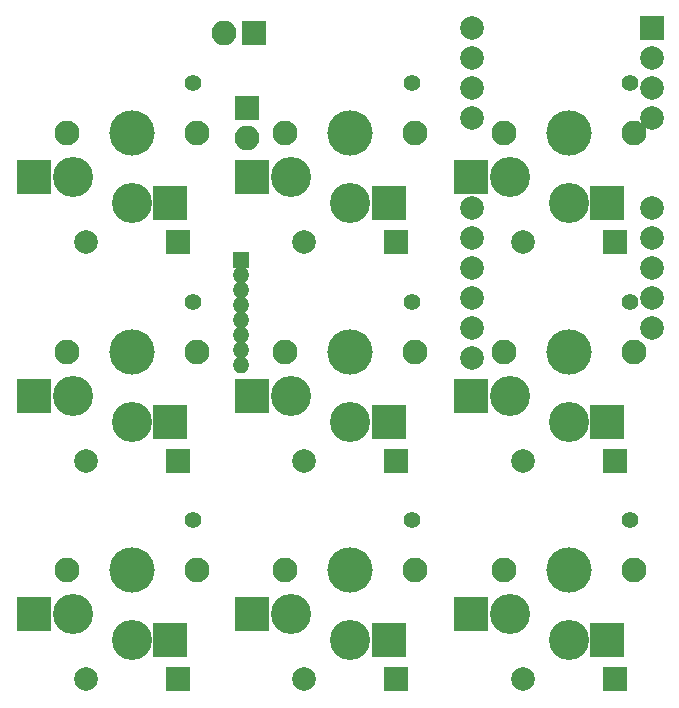
<source format=gbr>
G04 #@! TF.GenerationSoftware,KiCad,Pcbnew,(5.0.0-3-g5ebb6b6)*
G04 #@! TF.CreationDate,2019-02-07T22:00:29-08:00*
G04 #@! TF.ProjectId,arrowPad,6172726F775061642E6B696361645F70,rev?*
G04 #@! TF.SameCoordinates,Original*
G04 #@! TF.FileFunction,Soldermask,Bot*
G04 #@! TF.FilePolarity,Negative*
%FSLAX46Y46*%
G04 Gerber Fmt 4.6, Leading zero omitted, Abs format (unit mm)*
G04 Created by KiCad (PCBNEW (5.0.0-3-g5ebb6b6)) date Thursday, February 07, 2019 at 10:00:29 PM*
%MOMM*%
%LPD*%
G01*
G04 APERTURE LIST*
%ADD10R,2.100000X2.100000*%
%ADD11O,2.100000X2.100000*%
%ADD12R,2.000000X2.000000*%
%ADD13C,2.000000*%
%ADD14C,1.390600*%
%ADD15R,3.000000X3.000000*%
%ADD16C,3.400000*%
%ADD17C,3.829000*%
%ADD18C,2.101800*%
%ADD19R,1.400000X1.400000*%
%ADD20O,1.400000X1.400000*%
G04 APERTURE END LIST*
D10*
G04 #@! TO.C,BT1*
X61800000Y-90400000D03*
D11*
X61800000Y-92940000D03*
G04 #@! TD*
D12*
G04 #@! TO.C,D1*
X55900000Y-101750000D03*
D13*
X48100000Y-101750000D03*
G04 #@! TD*
G04 #@! TO.C,D2*
X66600000Y-101750000D03*
D12*
X74400000Y-101750000D03*
G04 #@! TD*
G04 #@! TO.C,D3*
X92900000Y-101750000D03*
D13*
X85100000Y-101750000D03*
G04 #@! TD*
G04 #@! TO.C,D4*
X48100000Y-120250000D03*
D12*
X55900000Y-120250000D03*
G04 #@! TD*
G04 #@! TO.C,D5*
X74400000Y-120250000D03*
D13*
X66600000Y-120250000D03*
G04 #@! TD*
G04 #@! TO.C,D6*
X85100000Y-120250000D03*
D12*
X92900000Y-120250000D03*
G04 #@! TD*
G04 #@! TO.C,D7*
X55900000Y-138750000D03*
D13*
X48100000Y-138750000D03*
G04 #@! TD*
G04 #@! TO.C,D8*
X66600000Y-138750000D03*
D12*
X74400000Y-138750000D03*
G04 #@! TD*
G04 #@! TO.C,D9*
X92900000Y-138750000D03*
D13*
X85100000Y-138750000D03*
G04 #@! TD*
D14*
G04 #@! TO.C,K1*
X57220000Y-88300000D03*
D15*
X43725000Y-96250000D03*
D16*
X52000000Y-98450000D03*
D17*
X52000000Y-92500000D03*
D16*
X47000000Y-96250000D03*
D15*
X55275000Y-98450000D03*
D18*
X57500000Y-92500000D03*
X46500000Y-92500000D03*
G04 #@! TD*
G04 #@! TO.C,K2*
X65000000Y-92500000D03*
X76000000Y-92500000D03*
D15*
X73775000Y-98450000D03*
D16*
X65500000Y-96250000D03*
D17*
X70500000Y-92500000D03*
D16*
X70500000Y-98450000D03*
D15*
X62225000Y-96250000D03*
D14*
X75720000Y-88300000D03*
G04 #@! TD*
G04 #@! TO.C,K3*
X94220000Y-88300000D03*
D15*
X80725000Y-96250000D03*
D16*
X89000000Y-98450000D03*
D17*
X89000000Y-92500000D03*
D16*
X84000000Y-96250000D03*
D15*
X92275000Y-98450000D03*
D18*
X94500000Y-92500000D03*
X83500000Y-92500000D03*
G04 #@! TD*
G04 #@! TO.C,K4*
X46500000Y-111000000D03*
X57500000Y-111000000D03*
D15*
X55275000Y-116950000D03*
D16*
X47000000Y-114750000D03*
D17*
X52000000Y-111000000D03*
D16*
X52000000Y-116950000D03*
D15*
X43725000Y-114750000D03*
D14*
X57220000Y-106800000D03*
G04 #@! TD*
G04 #@! TO.C,K5*
X75720000Y-106800000D03*
D15*
X62225000Y-114750000D03*
D16*
X70500000Y-116950000D03*
D17*
X70500000Y-111000000D03*
D16*
X65500000Y-114750000D03*
D15*
X73775000Y-116950000D03*
D18*
X76000000Y-111000000D03*
X65000000Y-111000000D03*
G04 #@! TD*
G04 #@! TO.C,K6*
X83500000Y-111000000D03*
X94500000Y-111000000D03*
D15*
X92275000Y-116950000D03*
D16*
X84000000Y-114750000D03*
D17*
X89000000Y-111000000D03*
D16*
X89000000Y-116950000D03*
D15*
X80725000Y-114750000D03*
D14*
X94220000Y-106800000D03*
G04 #@! TD*
G04 #@! TO.C,K7*
X57220000Y-125300000D03*
D15*
X43725000Y-133250000D03*
D16*
X52000000Y-135450000D03*
D17*
X52000000Y-129500000D03*
D16*
X47000000Y-133250000D03*
D15*
X55275000Y-135450000D03*
D18*
X57500000Y-129500000D03*
X46500000Y-129500000D03*
G04 #@! TD*
G04 #@! TO.C,K8*
X65000000Y-129500000D03*
X76000000Y-129500000D03*
D15*
X73775000Y-135450000D03*
D16*
X65500000Y-133250000D03*
D17*
X70500000Y-129500000D03*
D16*
X70500000Y-135450000D03*
D15*
X62225000Y-133250000D03*
D14*
X75720000Y-125300000D03*
G04 #@! TD*
G04 #@! TO.C,K9*
X94220000Y-125300000D03*
D15*
X80725000Y-133250000D03*
D16*
X89000000Y-135450000D03*
D17*
X89000000Y-129500000D03*
D16*
X84000000Y-133250000D03*
D15*
X92275000Y-135450000D03*
D18*
X94500000Y-129500000D03*
X83500000Y-129500000D03*
G04 #@! TD*
D10*
G04 #@! TO.C,SW1*
X62400000Y-84000000D03*
D11*
X59860000Y-84000000D03*
G04 #@! TD*
D19*
G04 #@! TO.C,U2*
X61250000Y-103250000D03*
D20*
X61250000Y-104520000D03*
X61250000Y-105790000D03*
X61250000Y-107060000D03*
X61250000Y-108330000D03*
X61250000Y-109600000D03*
X61250000Y-110870000D03*
X61250000Y-112140000D03*
G04 #@! TD*
D13*
G04 #@! TO.C,U1*
X80780000Y-83630000D03*
X80780000Y-86170000D03*
X80780000Y-88710000D03*
X80780000Y-91250000D03*
X80780000Y-98870000D03*
X80780000Y-101410000D03*
X80780000Y-103950000D03*
X80780000Y-106490000D03*
X80780000Y-109030000D03*
X80780000Y-111570000D03*
X96020000Y-109030000D03*
X96020000Y-106490000D03*
X96020000Y-103950000D03*
X96020000Y-101410000D03*
X96020000Y-98870000D03*
X96020000Y-91250000D03*
X96020000Y-88710000D03*
X96020000Y-86170000D03*
D12*
X96020000Y-83630000D03*
G04 #@! TD*
M02*

</source>
